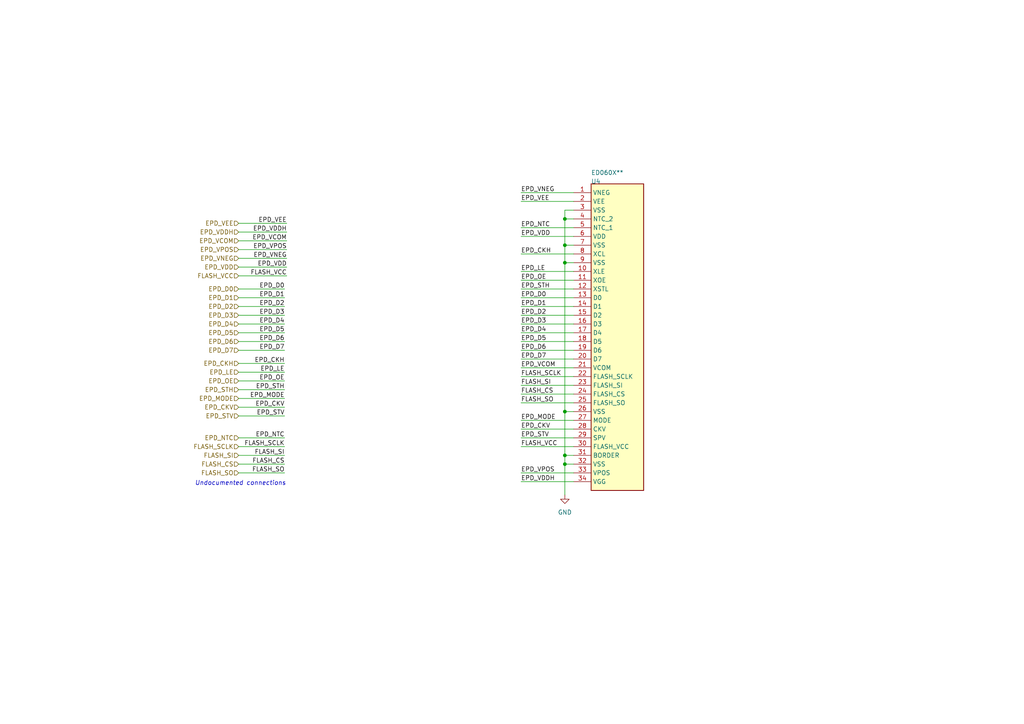
<source format=kicad_sch>
(kicad_sch (version 20211123) (generator eeschema)

  (uuid 06eb14a4-07d2-4471-b29b-54c2e0940f49)

  (paper "A4")

  (title_block
    (title "ink-frame")
    (date "2022-08-18")
    (rev "0.1")
    (comment 1 "@Vlad Conut")
  )

  (lib_symbols
    (symbol "epaper-breakout:ED060XC5" (in_bom yes) (on_board yes)
      (property "Reference" "U" (id 0) (at 5.08 6.35 0)
        (effects (font (size 1.27 1.27)) (justify left))
      )
      (property "Value" "ED060XC5" (id 1) (at 5.08 3.81 0)
        (effects (font (size 1.27 1.27)) (justify left))
      )
      (property "Footprint" "" (id 2) (at 5.08 1.27 0)
        (effects (font (size 1.27 1.27)) (justify left) hide)
      )
      (property "Datasheet" "" (id 3) (at 5.08 -3.81 0)
        (effects (font (size 1.27 1.27)) (justify left) hide)
      )
      (property "ki_locked" "" (id 4) (at 0 0 0)
        (effects (font (size 1.27 1.27)))
      )
      (symbol "ED060XC5_1_1"
        (rectangle (start 5.08 2.54) (end 20.32 -86.36)
          (stroke (width 0.254) (type default) (color 0 0 0 0))
          (fill (type background))
        )
        (pin power_in line (at 0 0 0) (length 5.08)
          (name "VNEG" (effects (font (size 1.27 1.27))))
          (number "1" (effects (font (size 1.27 1.27))))
        )
        (pin input line (at 0 -22.86 0) (length 5.08)
          (name "XLE" (effects (font (size 1.27 1.27))))
          (number "10" (effects (font (size 1.27 1.27))))
        )
        (pin input line (at 0 -25.4 0) (length 5.08)
          (name "XOE" (effects (font (size 1.27 1.27))))
          (number "11" (effects (font (size 1.27 1.27))))
        )
        (pin input line (at 0 -27.94 0) (length 5.08)
          (name "XSTL" (effects (font (size 1.27 1.27))))
          (number "12" (effects (font (size 1.27 1.27))))
        )
        (pin input line (at 0 -30.48 0) (length 5.08)
          (name "D0" (effects (font (size 1.27 1.27))))
          (number "13" (effects (font (size 1.27 1.27))))
        )
        (pin input line (at 0 -33.02 0) (length 5.08)
          (name "D1" (effects (font (size 1.27 1.27))))
          (number "14" (effects (font (size 1.27 1.27))))
        )
        (pin input line (at 0 -35.56 0) (length 5.08)
          (name "D2" (effects (font (size 1.27 1.27))))
          (number "15" (effects (font (size 1.27 1.27))))
        )
        (pin input line (at 0 -38.1 0) (length 5.08)
          (name "D3" (effects (font (size 1.27 1.27))))
          (number "16" (effects (font (size 1.27 1.27))))
        )
        (pin input line (at 0 -40.64 0) (length 5.08)
          (name "D4" (effects (font (size 1.27 1.27))))
          (number "17" (effects (font (size 1.27 1.27))))
        )
        (pin input line (at 0 -43.18 0) (length 5.08)
          (name "D5" (effects (font (size 1.27 1.27))))
          (number "18" (effects (font (size 1.27 1.27))))
        )
        (pin input line (at 0 -45.72 0) (length 5.08)
          (name "D6" (effects (font (size 1.27 1.27))))
          (number "19" (effects (font (size 1.27 1.27))))
        )
        (pin power_in line (at 0 -2.54 0) (length 5.08)
          (name "VEE" (effects (font (size 1.27 1.27))))
          (number "2" (effects (font (size 1.27 1.27))))
        )
        (pin input line (at 0 -48.26 0) (length 5.08)
          (name "D7" (effects (font (size 1.27 1.27))))
          (number "20" (effects (font (size 1.27 1.27))))
        )
        (pin power_in line (at 0 -50.8 0) (length 5.08)
          (name "VCOM" (effects (font (size 1.27 1.27))))
          (number "21" (effects (font (size 1.27 1.27))))
        )
        (pin input line (at 0 -53.34 0) (length 5.08)
          (name "FLASH_SCLK" (effects (font (size 1.27 1.27))))
          (number "22" (effects (font (size 1.27 1.27))))
        )
        (pin input line (at 0 -55.88 0) (length 5.08)
          (name "FLASH_SI" (effects (font (size 1.27 1.27))))
          (number "23" (effects (font (size 1.27 1.27))))
        )
        (pin input line (at 0 -58.42 0) (length 5.08)
          (name "FLASH_CS" (effects (font (size 1.27 1.27))))
          (number "24" (effects (font (size 1.27 1.27))))
        )
        (pin output line (at 0 -60.96 0) (length 5.08)
          (name "FLASH_SO" (effects (font (size 1.27 1.27))))
          (number "25" (effects (font (size 1.27 1.27))))
        )
        (pin power_in line (at 0 -63.5 0) (length 5.08)
          (name "VSS" (effects (font (size 1.27 1.27))))
          (number "26" (effects (font (size 1.27 1.27))))
        )
        (pin input line (at 0 -66.04 0) (length 5.08)
          (name "MODE" (effects (font (size 1.27 1.27))))
          (number "27" (effects (font (size 1.27 1.27))))
        )
        (pin input line (at 0 -68.58 0) (length 5.08)
          (name "CKV" (effects (font (size 1.27 1.27))))
          (number "28" (effects (font (size 1.27 1.27))))
        )
        (pin input line (at 0 -71.12 0) (length 5.08)
          (name "SPV" (effects (font (size 1.27 1.27))))
          (number "29" (effects (font (size 1.27 1.27))))
        )
        (pin power_in line (at 0 -5.08 0) (length 5.08)
          (name "VSS" (effects (font (size 1.27 1.27))))
          (number "3" (effects (font (size 1.27 1.27))))
        )
        (pin power_in line (at 0 -73.66 0) (length 5.08)
          (name "FLASH_VCC" (effects (font (size 1.27 1.27))))
          (number "30" (effects (font (size 1.27 1.27))))
        )
        (pin input line (at 0 -76.2 0) (length 5.08)
          (name "BORDER" (effects (font (size 1.27 1.27))))
          (number "31" (effects (font (size 1.27 1.27))))
        )
        (pin power_in line (at 0 -78.74 0) (length 5.08)
          (name "VSS" (effects (font (size 1.27 1.27))))
          (number "32" (effects (font (size 1.27 1.27))))
        )
        (pin power_in line (at 0 -81.28 0) (length 5.08)
          (name "VPOS" (effects (font (size 1.27 1.27))))
          (number "33" (effects (font (size 1.27 1.27))))
        )
        (pin power_in line (at 0 -83.82 0) (length 5.08)
          (name "VGG" (effects (font (size 1.27 1.27))))
          (number "34" (effects (font (size 1.27 1.27))))
        )
        (pin passive line (at 0 -7.62 0) (length 5.08)
          (name "NTC_2" (effects (font (size 1.27 1.27))))
          (number "4" (effects (font (size 1.27 1.27))))
        )
        (pin passive line (at 0 -10.16 0) (length 5.08)
          (name "NTC_1" (effects (font (size 1.27 1.27))))
          (number "5" (effects (font (size 1.27 1.27))))
        )
        (pin power_in line (at 0 -12.7 0) (length 5.08)
          (name "VDD" (effects (font (size 1.27 1.27))))
          (number "6" (effects (font (size 1.27 1.27))))
        )
        (pin power_in line (at 0 -15.24 0) (length 5.08)
          (name "VSS" (effects (font (size 1.27 1.27))))
          (number "7" (effects (font (size 1.27 1.27))))
        )
        (pin input line (at 0 -17.78 0) (length 5.08)
          (name "XCL" (effects (font (size 1.27 1.27))))
          (number "8" (effects (font (size 1.27 1.27))))
        )
        (pin power_in line (at 0 -20.32 0) (length 5.08)
          (name "VSS" (effects (font (size 1.27 1.27))))
          (number "9" (effects (font (size 1.27 1.27))))
        )
      )
    )
    (symbol "power:GND" (power) (pin_names (offset 0)) (in_bom yes) (on_board yes)
      (property "Reference" "#PWR" (id 0) (at 0 -6.35 0)
        (effects (font (size 1.27 1.27)) hide)
      )
      (property "Value" "GND" (id 1) (at 0 -3.81 0)
        (effects (font (size 1.27 1.27)))
      )
      (property "Footprint" "" (id 2) (at 0 0 0)
        (effects (font (size 1.27 1.27)) hide)
      )
      (property "Datasheet" "" (id 3) (at 0 0 0)
        (effects (font (size 1.27 1.27)) hide)
      )
      (property "ki_keywords" "power-flag" (id 4) (at 0 0 0)
        (effects (font (size 1.27 1.27)) hide)
      )
      (property "ki_description" "Power symbol creates a global label with name \"GND\" , ground" (id 5) (at 0 0 0)
        (effects (font (size 1.27 1.27)) hide)
      )
      (symbol "GND_0_1"
        (polyline
          (pts
            (xy 0 0)
            (xy 0 -1.27)
            (xy 1.27 -1.27)
            (xy 0 -2.54)
            (xy -1.27 -1.27)
            (xy 0 -1.27)
          )
          (stroke (width 0) (type default) (color 0 0 0 0))
          (fill (type none))
        )
      )
      (symbol "GND_1_1"
        (pin power_in line (at 0 0 270) (length 0) hide
          (name "GND" (effects (font (size 1.27 1.27))))
          (number "1" (effects (font (size 1.27 1.27))))
        )
      )
    )
  )

  (junction (at 163.83 119.38) (diameter 0) (color 0 0 0 0)
    (uuid 2ddbcca8-b0a4-4991-8e08-7dec78e5b65f)
  )
  (junction (at 163.83 132.08) (diameter 0) (color 0 0 0 0)
    (uuid 5436a80b-3097-4080-91c7-c780d82709dd)
  )
  (junction (at 163.83 76.2) (diameter 0) (color 0 0 0 0)
    (uuid 7ddab1e3-21b4-4883-a222-1a11dace27ab)
  )
  (junction (at 163.83 63.5) (diameter 0) (color 0 0 0 0)
    (uuid aacf5a7e-2b2a-4303-beed-1dbb08f79389)
  )
  (junction (at 163.83 134.62) (diameter 0) (color 0 0 0 0)
    (uuid ce6a0087-c3f1-4fe3-a573-1665467d839f)
  )
  (junction (at 163.83 71.12) (diameter 0) (color 0 0 0 0)
    (uuid f2dbb073-66a6-4614-bea7-b6e202eeb5be)
  )

  (wire (pts (xy 82.55 107.95) (xy 69.215 107.95))
    (stroke (width 0) (type default) (color 0 0 0 0))
    (uuid 00442517-493e-4e26-8bc8-a4f9cda9e426)
  )
  (wire (pts (xy 151.13 137.16) (xy 166.37 137.16))
    (stroke (width 0) (type default) (color 0 0 0 0))
    (uuid 02d30cdc-d786-4e53-97ec-7939d56d02a9)
  )
  (wire (pts (xy 151.13 127) (xy 166.37 127))
    (stroke (width 0) (type default) (color 0 0 0 0))
    (uuid 09090d42-8755-4f5a-93bf-e182e0e045b5)
  )
  (wire (pts (xy 82.55 120.65) (xy 69.215 120.65))
    (stroke (width 0) (type default) (color 0 0 0 0))
    (uuid 101cc780-f039-476e-b6cc-17634b1b23d3)
  )
  (wire (pts (xy 69.215 77.47) (xy 83.185 77.47))
    (stroke (width 0) (type default) (color 0 0 0 0))
    (uuid 13d5a3aa-1d69-48f4-9634-b27981f3cbe0)
  )
  (wire (pts (xy 82.55 110.49) (xy 69.215 110.49))
    (stroke (width 0) (type default) (color 0 0 0 0))
    (uuid 1927d732-9f9b-4670-af80-d6d81ae496af)
  )
  (wire (pts (xy 163.83 134.62) (xy 163.83 143.51))
    (stroke (width 0) (type default) (color 0 0 0 0))
    (uuid 2306d984-c13b-4528-bbb6-6a1a31a40540)
  )
  (wire (pts (xy 163.83 119.38) (xy 166.37 119.38))
    (stroke (width 0) (type default) (color 0 0 0 0))
    (uuid 23846535-4b87-4898-90ce-410c8cab96a8)
  )
  (wire (pts (xy 69.215 67.31) (xy 83.185 67.31))
    (stroke (width 0) (type default) (color 0 0 0 0))
    (uuid 2d3cd1b2-1418-48e0-8762-46bb19ce33f2)
  )
  (wire (pts (xy 151.13 139.7) (xy 166.37 139.7))
    (stroke (width 0) (type default) (color 0 0 0 0))
    (uuid 2dcc8b9d-7c61-451a-87c7-60ecb3c043de)
  )
  (wire (pts (xy 151.13 116.84) (xy 166.37 116.84))
    (stroke (width 0) (type default) (color 0 0 0 0))
    (uuid 2e7108bf-138a-4976-bb6a-32243363912b)
  )
  (wire (pts (xy 151.13 83.82) (xy 166.37 83.82))
    (stroke (width 0) (type default) (color 0 0 0 0))
    (uuid 47245543-bf4f-45dd-9a63-161a67d827f9)
  )
  (wire (pts (xy 151.13 114.3) (xy 166.37 114.3))
    (stroke (width 0) (type default) (color 0 0 0 0))
    (uuid 4823d4c7-f6ce-42dc-8aa2-6b675d95a20f)
  )
  (wire (pts (xy 69.215 72.39) (xy 83.185 72.39))
    (stroke (width 0) (type default) (color 0 0 0 0))
    (uuid 4af907a3-fec5-4dde-82f8-7a991d1b3b37)
  )
  (wire (pts (xy 151.13 121.92) (xy 166.37 121.92))
    (stroke (width 0) (type default) (color 0 0 0 0))
    (uuid 4b7ce361-a564-4063-b8f5-fdd7dbdf07a4)
  )
  (wire (pts (xy 151.13 81.28) (xy 166.37 81.28))
    (stroke (width 0) (type default) (color 0 0 0 0))
    (uuid 4f749520-f43c-4cea-b0ec-62a8528ddd3b)
  )
  (wire (pts (xy 82.55 113.03) (xy 69.215 113.03))
    (stroke (width 0) (type default) (color 0 0 0 0))
    (uuid 50294e2f-89df-4d3b-9b28-6e1e8b22a0ff)
  )
  (wire (pts (xy 151.13 88.9) (xy 166.37 88.9))
    (stroke (width 0) (type default) (color 0 0 0 0))
    (uuid 5551016b-ef64-496f-9c75-af725b593df9)
  )
  (wire (pts (xy 82.55 93.98) (xy 69.215 93.98))
    (stroke (width 0) (type default) (color 0 0 0 0))
    (uuid 567d7a25-d12f-4849-bdff-6371e99aad3f)
  )
  (wire (pts (xy 163.83 63.5) (xy 166.37 63.5))
    (stroke (width 0) (type default) (color 0 0 0 0))
    (uuid 66f9898f-34bf-4cd9-b5ca-bf07432e15d5)
  )
  (wire (pts (xy 151.13 106.68) (xy 166.37 106.68))
    (stroke (width 0) (type default) (color 0 0 0 0))
    (uuid 6ae8acc6-7483-4a4a-855f-d3c3d0100171)
  )
  (wire (pts (xy 69.215 137.16) (xy 82.55 137.16))
    (stroke (width 0) (type default) (color 0 0 0 0))
    (uuid 702f8b4f-1f66-4232-8b2c-0e4504d97ee2)
  )
  (wire (pts (xy 151.13 101.6) (xy 166.37 101.6))
    (stroke (width 0) (type default) (color 0 0 0 0))
    (uuid 71854d94-6f46-4769-93b2-df1c4fcf4e05)
  )
  (wire (pts (xy 151.13 73.66) (xy 166.37 73.66))
    (stroke (width 0) (type default) (color 0 0 0 0))
    (uuid 71a24cde-1a0e-40ca-927a-bade1ea767c2)
  )
  (wire (pts (xy 163.83 76.2) (xy 163.83 119.38))
    (stroke (width 0) (type default) (color 0 0 0 0))
    (uuid 71f1101c-adf8-44b3-8df0-af826ff91cef)
  )
  (wire (pts (xy 163.83 63.5) (xy 163.83 71.12))
    (stroke (width 0) (type default) (color 0 0 0 0))
    (uuid 735f8546-60d5-40b5-acce-389ae9a8c624)
  )
  (wire (pts (xy 69.215 80.01) (xy 83.185 80.01))
    (stroke (width 0) (type default) (color 0 0 0 0))
    (uuid 74a519b3-2a4e-4266-ae32-ce1e5a63eee6)
  )
  (wire (pts (xy 151.13 58.42) (xy 166.37 58.42))
    (stroke (width 0) (type default) (color 0 0 0 0))
    (uuid 79e02e80-2267-4571-a5ec-29f2d8a34591)
  )
  (wire (pts (xy 82.55 99.06) (xy 69.215 99.06))
    (stroke (width 0) (type default) (color 0 0 0 0))
    (uuid 7ffba351-421a-44b0-9183-f29c8a2a80b8)
  )
  (wire (pts (xy 82.55 105.41) (xy 69.215 105.41))
    (stroke (width 0) (type default) (color 0 0 0 0))
    (uuid 8364c606-697c-455d-ac60-ddd7d505c3c8)
  )
  (wire (pts (xy 151.13 109.22) (xy 166.37 109.22))
    (stroke (width 0) (type default) (color 0 0 0 0))
    (uuid 85300394-569d-41e6-a890-d92180d44785)
  )
  (wire (pts (xy 151.13 86.36) (xy 166.37 86.36))
    (stroke (width 0) (type default) (color 0 0 0 0))
    (uuid 855c73e9-7a4e-4aa6-8066-109e5d5d7df0)
  )
  (wire (pts (xy 151.13 99.06) (xy 166.37 99.06))
    (stroke (width 0) (type default) (color 0 0 0 0))
    (uuid 868c0d4b-b057-4054-bb2d-c919ca7bc33d)
  )
  (wire (pts (xy 82.55 96.52) (xy 69.215 96.52))
    (stroke (width 0) (type default) (color 0 0 0 0))
    (uuid 87676f84-66e6-4097-92f8-98732f957dc8)
  )
  (wire (pts (xy 69.215 134.62) (xy 82.55 134.62))
    (stroke (width 0) (type default) (color 0 0 0 0))
    (uuid 878b6b33-f844-425b-8088-8ae97546a0db)
  )
  (wire (pts (xy 163.83 71.12) (xy 163.83 76.2))
    (stroke (width 0) (type default) (color 0 0 0 0))
    (uuid 89d41d7d-5026-4fbc-bef7-a82c9a567856)
  )
  (wire (pts (xy 151.13 91.44) (xy 166.37 91.44))
    (stroke (width 0) (type default) (color 0 0 0 0))
    (uuid 8b6e5de3-e3e8-42a1-809f-3c65a0571bd3)
  )
  (wire (pts (xy 151.13 78.74) (xy 166.37 78.74))
    (stroke (width 0) (type default) (color 0 0 0 0))
    (uuid 8f680229-fc68-4c85-91c4-bcf4dacc8859)
  )
  (wire (pts (xy 151.13 124.46) (xy 166.37 124.46))
    (stroke (width 0) (type default) (color 0 0 0 0))
    (uuid 917e4fea-87cf-4360-b1bb-9774e6945471)
  )
  (wire (pts (xy 163.83 134.62) (xy 166.37 134.62))
    (stroke (width 0) (type default) (color 0 0 0 0))
    (uuid 91b0153d-c15b-4639-8016-7d15f76b7f15)
  )
  (wire (pts (xy 151.13 68.58) (xy 166.37 68.58))
    (stroke (width 0) (type default) (color 0 0 0 0))
    (uuid 961936d5-42a5-4585-9bb5-cb0ef0ff1bc9)
  )
  (wire (pts (xy 151.13 93.98) (xy 166.37 93.98))
    (stroke (width 0) (type default) (color 0 0 0 0))
    (uuid 98c6e143-ac3a-4c59-8d2f-8e03cab3678f)
  )
  (wire (pts (xy 69.215 64.77) (xy 83.185 64.77))
    (stroke (width 0) (type default) (color 0 0 0 0))
    (uuid 9c5b1290-74eb-4536-8e66-615fceda8316)
  )
  (wire (pts (xy 166.37 60.96) (xy 163.83 60.96))
    (stroke (width 0) (type default) (color 0 0 0 0))
    (uuid a3094c21-3de0-426f-826f-05317802f12f)
  )
  (wire (pts (xy 69.215 129.54) (xy 82.55 129.54))
    (stroke (width 0) (type default) (color 0 0 0 0))
    (uuid a36ae19e-303a-4106-9f8e-81106fab02f4)
  )
  (wire (pts (xy 82.55 86.36) (xy 69.215 86.36))
    (stroke (width 0) (type default) (color 0 0 0 0))
    (uuid aa94bc46-0e89-4215-bb8d-be181cfe83ae)
  )
  (wire (pts (xy 163.83 119.38) (xy 163.83 132.08))
    (stroke (width 0) (type default) (color 0 0 0 0))
    (uuid b90eca81-dfd9-4dd6-b7c8-70edfe223d2e)
  )
  (wire (pts (xy 163.83 132.08) (xy 166.37 132.08))
    (stroke (width 0) (type default) (color 0 0 0 0))
    (uuid ba3d2984-a046-4601-ba66-021678b5852b)
  )
  (wire (pts (xy 82.55 88.9) (xy 69.215 88.9))
    (stroke (width 0) (type default) (color 0 0 0 0))
    (uuid baac77a5-6404-4798-b88c-c291bdfb1f2d)
  )
  (wire (pts (xy 69.215 74.93) (xy 83.185 74.93))
    (stroke (width 0) (type default) (color 0 0 0 0))
    (uuid bcc15811-3df2-441b-a553-8e76c2a9b8ba)
  )
  (wire (pts (xy 163.83 71.12) (xy 166.37 71.12))
    (stroke (width 0) (type default) (color 0 0 0 0))
    (uuid bd72b1be-52cc-4301-83a4-70e5b8026980)
  )
  (wire (pts (xy 151.13 55.88) (xy 166.37 55.88))
    (stroke (width 0) (type default) (color 0 0 0 0))
    (uuid bf135a05-7e41-4ec1-a5e3-c0b151a38183)
  )
  (wire (pts (xy 151.13 111.76) (xy 166.37 111.76))
    (stroke (width 0) (type default) (color 0 0 0 0))
    (uuid c00768a9-3ff5-4cee-bb66-223351832fd1)
  )
  (wire (pts (xy 151.13 66.04) (xy 166.37 66.04))
    (stroke (width 0) (type default) (color 0 0 0 0))
    (uuid c11309c8-7d6a-4a0b-8d11-0888c9d438bd)
  )
  (wire (pts (xy 151.13 96.52) (xy 166.37 96.52))
    (stroke (width 0) (type default) (color 0 0 0 0))
    (uuid c863f22d-7340-4256-9071-eec5e31030aa)
  )
  (wire (pts (xy 163.83 76.2) (xy 166.37 76.2))
    (stroke (width 0) (type default) (color 0 0 0 0))
    (uuid cadfed70-0cc8-4405-92be-aace0688fa19)
  )
  (wire (pts (xy 151.13 104.14) (xy 166.37 104.14))
    (stroke (width 0) (type default) (color 0 0 0 0))
    (uuid d69c6eaa-cbec-4643-86e1-a79884035c4c)
  )
  (wire (pts (xy 163.83 132.08) (xy 163.83 134.62))
    (stroke (width 0) (type default) (color 0 0 0 0))
    (uuid d8f6d960-a5f2-48ba-8637-ff3f812a45ad)
  )
  (wire (pts (xy 82.55 115.57) (xy 69.215 115.57))
    (stroke (width 0) (type default) (color 0 0 0 0))
    (uuid dcb1e630-cba4-4ed0-a70c-c3424f8cf8e0)
  )
  (wire (pts (xy 163.83 60.96) (xy 163.83 63.5))
    (stroke (width 0) (type default) (color 0 0 0 0))
    (uuid dfdda1c0-17ff-4221-8093-0b305d9663c8)
  )
  (wire (pts (xy 82.55 101.6) (xy 69.215 101.6))
    (stroke (width 0) (type default) (color 0 0 0 0))
    (uuid e01b59fe-9d83-437f-a0c0-46c610662aa7)
  )
  (wire (pts (xy 69.215 69.85) (xy 83.185 69.85))
    (stroke (width 0) (type default) (color 0 0 0 0))
    (uuid e385387b-478f-40d8-a3ff-b9423a0b5916)
  )
  (wire (pts (xy 151.13 129.54) (xy 166.37 129.54))
    (stroke (width 0) (type default) (color 0 0 0 0))
    (uuid e430233a-e7a6-41c9-8d60-7262bd2acf7f)
  )
  (wire (pts (xy 69.215 127) (xy 82.55 127))
    (stroke (width 0) (type default) (color 0 0 0 0))
    (uuid e7c31719-7314-4599-b4fc-637d8c74be56)
  )
  (wire (pts (xy 82.55 83.82) (xy 69.215 83.82))
    (stroke (width 0) (type default) (color 0 0 0 0))
    (uuid e8ae11cc-3390-469e-bcad-88ec61dba43f)
  )
  (wire (pts (xy 82.55 91.44) (xy 69.215 91.44))
    (stroke (width 0) (type default) (color 0 0 0 0))
    (uuid f18780a1-0c79-480f-9757-0eca35bcaf68)
  )
  (wire (pts (xy 69.215 132.08) (xy 82.55 132.08))
    (stroke (width 0) (type default) (color 0 0 0 0))
    (uuid f2637019-6c84-4749-aa3d-56cdd13eb4c4)
  )
  (wire (pts (xy 82.55 118.11) (xy 69.215 118.11))
    (stroke (width 0) (type default) (color 0 0 0 0))
    (uuid fe6b1bc3-2d3f-49dd-8efe-da74451947ae)
  )

  (text "Undocumented connections" (at 56.515 140.97 0)
    (effects (font (size 1.27 1.27) italic) (justify left bottom))
    (uuid 8746a298-fa6c-43d7-b339-838a60ef4dcb)
  )

  (label "EPD_D1" (at 82.55 86.36 180)
    (effects (font (size 1.27 1.27)) (justify right bottom))
    (uuid 03488eac-cfa1-4abf-b692-05cddbae27f0)
  )
  (label "FLASH_CS" (at 82.55 134.62 180)
    (effects (font (size 1.27 1.27)) (justify right bottom))
    (uuid 0c51559e-be02-4372-a745-9c5631171ef6)
  )
  (label "EPD_OE" (at 151.13 81.28 0)
    (effects (font (size 1.27 1.27)) (justify left bottom))
    (uuid 10b7cb97-453a-4812-9b6e-7900c9ee05c0)
  )
  (label "EPD_D2" (at 151.13 91.44 0)
    (effects (font (size 1.27 1.27)) (justify left bottom))
    (uuid 19282a85-6aa7-4256-beda-0fbe293eb67a)
  )
  (label "EPD_VCOM" (at 151.13 106.68 0)
    (effects (font (size 1.27 1.27)) (justify left bottom))
    (uuid 211b1d5b-c0c4-4031-8781-8569a1c17a07)
  )
  (label "EPD_D6" (at 82.55 99.06 180)
    (effects (font (size 1.27 1.27)) (justify right bottom))
    (uuid 22c73014-1c0d-449e-890b-a15f7e65a028)
  )
  (label "FLASH_CS" (at 151.13 114.3 0)
    (effects (font (size 1.27 1.27)) (justify left bottom))
    (uuid 31ad19c0-857b-40f6-b438-c63361d7a7ac)
  )
  (label "EPD_D2" (at 82.55 88.9 180)
    (effects (font (size 1.27 1.27)) (justify right bottom))
    (uuid 31e5e55a-46ec-4916-b573-3bfe8130007d)
  )
  (label "EPD_D6" (at 151.13 101.6 0)
    (effects (font (size 1.27 1.27)) (justify left bottom))
    (uuid 3400d722-e0ca-4243-811c-44e2455313fe)
  )
  (label "EPD_NTC" (at 151.13 66.04 0)
    (effects (font (size 1.27 1.27)) (justify left bottom))
    (uuid 45a19b95-d1ab-433e-b78e-9d1d9f1f97bb)
  )
  (label "EPD_MODE" (at 82.55 115.57 180)
    (effects (font (size 1.27 1.27)) (justify right bottom))
    (uuid 48f7aa74-dc64-410d-b0f2-75ebbee4902f)
  )
  (label "EPD_D5" (at 151.13 99.06 0)
    (effects (font (size 1.27 1.27)) (justify left bottom))
    (uuid 4b14cf0d-253c-4d0d-8a45-b752daedc58b)
  )
  (label "EPD_LE" (at 151.13 78.74 0)
    (effects (font (size 1.27 1.27)) (justify left bottom))
    (uuid 4c6df853-00b2-4271-9ae9-657f055e577e)
  )
  (label "EPD_CKH" (at 82.55 105.41 180)
    (effects (font (size 1.27 1.27)) (justify right bottom))
    (uuid 4ce998c6-0d96-4346-a73c-9efa9cf66768)
  )
  (label "EPD_VDDH" (at 83.185 67.31 180)
    (effects (font (size 1.27 1.27)) (justify right bottom))
    (uuid 60e329e6-9a9f-4715-9829-789fc596e5ec)
  )
  (label "FLASH_SI" (at 82.55 132.08 180)
    (effects (font (size 1.27 1.27)) (justify right bottom))
    (uuid 66a471df-9e27-4c02-97f6-035bd21a62a3)
  )
  (label "FLASH_SCLK" (at 82.55 129.54 180)
    (effects (font (size 1.27 1.27)) (justify right bottom))
    (uuid 66db944e-15d2-4c8d-8dcc-ffa5424e7299)
  )
  (label "FLASH_SCLK" (at 151.13 109.22 0)
    (effects (font (size 1.27 1.27)) (justify left bottom))
    (uuid 6b69a13e-c978-44d3-bca3-a0f7e40df87b)
  )
  (label "EPD_D7" (at 82.55 101.6 180)
    (effects (font (size 1.27 1.27)) (justify right bottom))
    (uuid 6e22864b-0714-4019-83f6-3c8c06e69a24)
  )
  (label "EPD_D5" (at 82.55 96.52 180)
    (effects (font (size 1.27 1.27)) (justify right bottom))
    (uuid 74093fa1-3e81-4e62-ad62-a389e01b4b96)
  )
  (label "EPD_D3" (at 82.55 91.44 180)
    (effects (font (size 1.27 1.27)) (justify right bottom))
    (uuid 7f08c72a-8800-400c-af97-1d530be085d3)
  )
  (label "EPD_VNEG" (at 151.13 55.88 0)
    (effects (font (size 1.27 1.27)) (justify left bottom))
    (uuid 80df3e1f-dd29-4f75-9376-369a50d8c675)
  )
  (label "FLASH_SO" (at 82.55 137.16 180)
    (effects (font (size 1.27 1.27)) (justify right bottom))
    (uuid 89f369fb-9287-45d5-8cdb-7f26814e18d2)
  )
  (label "EPD_OE" (at 82.55 110.49 180)
    (effects (font (size 1.27 1.27)) (justify right bottom))
    (uuid 90102928-01ff-4c17-b497-fd9c52595a69)
  )
  (label "EPD_D1" (at 151.13 88.9 0)
    (effects (font (size 1.27 1.27)) (justify left bottom))
    (uuid 95e9dfb9-d9b6-4087-9c01-cd1f64df897f)
  )
  (label "EPD_STH" (at 82.55 113.03 180)
    (effects (font (size 1.27 1.27)) (justify right bottom))
    (uuid 98491910-fd7f-4f40-b30e-2a357671c410)
  )
  (label "EPD_CKV" (at 151.13 124.46 0)
    (effects (font (size 1.27 1.27)) (justify left bottom))
    (uuid 9d151c1f-c072-4173-88b7-0cd4617782a4)
  )
  (label "EPD_LE" (at 82.55 107.95 180)
    (effects (font (size 1.27 1.27)) (justify right bottom))
    (uuid a25dc014-a29b-4ded-a015-4cacd4cb0666)
  )
  (label "EPD_D0" (at 82.55 83.82 180)
    (effects (font (size 1.27 1.27)) (justify right bottom))
    (uuid a5388aed-ae92-4c2e-8ed0-35d612227435)
  )
  (label "EPD_D7" (at 151.13 104.14 0)
    (effects (font (size 1.27 1.27)) (justify left bottom))
    (uuid ab8e860a-dec3-429d-b969-5201402027dc)
  )
  (label "EPD_VDD" (at 151.13 68.58 0)
    (effects (font (size 1.27 1.27)) (justify left bottom))
    (uuid ae6aee06-9f2e-484b-8c3b-2e6bca106a8d)
  )
  (label "EPD_VCOM" (at 83.185 69.85 180)
    (effects (font (size 1.27 1.27)) (justify right bottom))
    (uuid b009b83e-1701-4081-9b47-7e7e846625a0)
  )
  (label "FLASH_SO" (at 151.13 116.84 0)
    (effects (font (size 1.27 1.27)) (justify left bottom))
    (uuid b637a023-09a0-4b00-9422-7386e0384b56)
  )
  (label "EPD_STH" (at 151.13 83.82 0)
    (effects (font (size 1.27 1.27)) (justify left bottom))
    (uuid bac860a7-86b4-458f-a87c-371328393c3d)
  )
  (label "EPD_D3" (at 151.13 93.98 0)
    (effects (font (size 1.27 1.27)) (justify left bottom))
    (uuid bf42bbc5-08ad-41e9-943b-a96104ccb15e)
  )
  (label "FLASH_VCC" (at 151.13 129.54 0)
    (effects (font (size 1.27 1.27)) (justify left bottom))
    (uuid bf78ff64-57af-4ae3-a926-733b4f13b9b7)
  )
  (label "EPD_CKV" (at 82.55 118.11 180)
    (effects (font (size 1.27 1.27)) (justify right bottom))
    (uuid c58df313-2d85-4acd-908d-ad20646ea4fc)
  )
  (label "EPD_NTC" (at 82.55 127 180)
    (effects (font (size 1.27 1.27)) (justify right bottom))
    (uuid c855dea1-a845-4aa5-952f-330ad2fbeb3f)
  )
  (label "EPD_VEE" (at 83.185 64.77 180)
    (effects (font (size 1.27 1.27)) (justify right bottom))
    (uuid cf00c3c9-5dcc-4afe-9ace-ba58a6c90429)
  )
  (label "EPD_STV" (at 151.13 127 0)
    (effects (font (size 1.27 1.27)) (justify left bottom))
    (uuid cffd8e31-5f95-429b-8466-a9fea6d03e7d)
  )
  (label "EPD_VDD" (at 83.185 77.47 180)
    (effects (font (size 1.27 1.27)) (justify right bottom))
    (uuid d0d2dc88-8871-4c6e-98cc-3f7157498ab3)
  )
  (label "EPD_D0" (at 151.13 86.36 0)
    (effects (font (size 1.27 1.27)) (justify left bottom))
    (uuid d7d5d2d9-8208-4e16-af6d-c157137cbd1c)
  )
  (label "EPD_D4" (at 151.13 96.52 0)
    (effects (font (size 1.27 1.27)) (justify left bottom))
    (uuid da2a2395-b678-4446-be77-604dcf6f1e9f)
  )
  (label "EPD_VDDH" (at 151.13 139.7 0)
    (effects (font (size 1.27 1.27)) (justify left bottom))
    (uuid dacfcb1b-d125-4c54-aa44-b1b5f69124c1)
  )
  (label "EPD_VPOS" (at 83.185 72.39 180)
    (effects (font (size 1.27 1.27)) (justify right bottom))
    (uuid dd339fd1-04fc-403c-b904-ad62acd22ef6)
  )
  (label "EPD_VEE" (at 151.13 58.42 0)
    (effects (font (size 1.27 1.27)) (justify left bottom))
    (uuid e3647b8e-ca66-46a6-87e1-908ae2a706fe)
  )
  (label "EPD_STV" (at 82.55 120.65 180)
    (effects (font (size 1.27 1.27)) (justify right bottom))
    (uuid e3929963-6617-4824-b64e-0771394435b0)
  )
  (label "EPD_CKH" (at 151.13 73.66 0)
    (effects (font (size 1.27 1.27)) (justify left bottom))
    (uuid e7415d46-ec69-4da1-be87-d10c56f26b46)
  )
  (label "EPD_D4" (at 82.55 93.98 180)
    (effects (font (size 1.27 1.27)) (justify right bottom))
    (uuid e94cc131-199f-47db-adc4-ce3fbff533b8)
  )
  (label "EPD_VPOS" (at 151.13 137.16 0)
    (effects (font (size 1.27 1.27)) (justify left bottom))
    (uuid ead66104-c3d1-4142-b054-52feb3c82d30)
  )
  (label "EPD_VNEG" (at 83.185 74.93 180)
    (effects (font (size 1.27 1.27)) (justify right bottom))
    (uuid f520d952-c5e0-447c-b47f-b399bdf5c6f0)
  )
  (label "EPD_MODE" (at 151.13 121.92 0)
    (effects (font (size 1.27 1.27)) (justify left bottom))
    (uuid f9596be1-1bb4-47ee-9857-770ccda936ba)
  )
  (label "FLASH_VCC" (at 83.185 80.01 180)
    (effects (font (size 1.27 1.27)) (justify right bottom))
    (uuid fd1ae9f4-d9b3-40c7-9299-3d6944a8e87d)
  )
  (label "FLASH_SI" (at 151.13 111.76 0)
    (effects (font (size 1.27 1.27)) (justify left bottom))
    (uuid fe3e3ee2-9a22-4faf-823d-6784f09b802a)
  )

  (hierarchical_label "EPD_STV" (shape input) (at 69.215 120.65 180)
    (effects (font (size 1.27 1.27)) (justify right))
    (uuid 01280942-1e1c-41db-81ff-765b9532040c)
  )
  (hierarchical_label "EPD_MODE" (shape input) (at 69.215 115.57 180)
    (effects (font (size 1.27 1.27)) (justify right))
    (uuid 199ec22e-30f1-4c82-ab86-6328f403331e)
  )
  (hierarchical_label "EPD_VEE" (shape input) (at 69.215 64.77 180)
    (effects (font (size 1.27 1.27)) (justify right))
    (uuid 1d6258de-caea-47fa-8bd0-6ed90ea9119f)
  )
  (hierarchical_label "FLASH_SO" (shape input) (at 69.215 137.16 180)
    (effects (font (size 1.27 1.27)) (justify right))
    (uuid 1f5e1670-dd6e-4b70-983b-e9333cb1c118)
  )
  (hierarchical_label "EPD_D1" (shape input) (at 69.215 86.36 180)
    (effects (font (size 1.27 1.27)) (justify right))
    (uuid 29b50509-37f8-4411-9ad8-2e56b2b79821)
  )
  (hierarchical_label "EPD_NTC" (shape input) (at 69.215 127 180)
    (effects (font (size 1.27 1.27)) (justify right))
    (uuid 2fcb5c60-8bae-43cb-b6a1-ce8d9721fd3f)
  )
  (hierarchical_label "EPD_CKV" (shape input) (at 69.215 118.11 180)
    (effects (font (size 1.27 1.27)) (justify right))
    (uuid 35fa5678-5e41-4a48-b89c-fe00dc1302aa)
  )
  (hierarchical_label "EPD_CKH" (shape input) (at 69.215 105.41 180)
    (effects (font (size 1.27 1.27)) (justify right))
    (uuid 398c48d6-bdec-4003-88ff-af25e4e8b110)
  )
  (hierarchical_label "EPD_D3" (shape input) (at 69.215 91.44 180)
    (effects (font (size 1.27 1.27)) (justify right))
    (uuid 4616e2f5-f3e8-4df3-afee-e4540df01141)
  )
  (hierarchical_label "FLASH_SI" (shape input) (at 69.215 132.08 180)
    (effects (font (size 1.27 1.27)) (justify right))
    (uuid 4b16fc34-19b7-449b-bbf3-547c9818a129)
  )
  (hierarchical_label "FLASH_VCC" (shape input) (at 69.215 80.01 180)
    (effects (font (size 1.27 1.27)) (justify right))
    (uuid 4d3ee9f2-add4-42a7-8d2b-77d61814903c)
  )
  (hierarchical_label "EPD_STH" (shape input) (at 69.215 113.03 180)
    (effects (font (size 1.27 1.27)) (justify right))
    (uuid 5c3e32a6-4185-4848-8989-2e9e7ba5e84c)
  )
  (hierarchical_label "EPD_D7" (shape input) (at 69.215 101.6 180)
    (effects (font (size 1.27 1.27)) (justify right))
    (uuid 71e351c3-2c05-460a-a1ea-fbe727323b3f)
  )
  (hierarchical_label "EPD_VNEG" (shape input) (at 69.215 74.93 180)
    (effects (font (size 1.27 1.27)) (justify right))
    (uuid 755fee50-2a88-44bb-8a58-1411d7eff695)
  )
  (hierarchical_label "EPD_D2" (shape input) (at 69.215 88.9 180)
    (effects (font (size 1.27 1.27)) (justify right))
    (uuid 89b44abf-9340-49ef-8e23-5ab366cff170)
  )
  (hierarchical_label "EPD_VPOS" (shape input) (at 69.215 72.39 180)
    (effects (font (size 1.27 1.27)) (justify right))
    (uuid 917c5e84-a735-42b3-9810-ad6e2c15cae0)
  )
  (hierarchical_label "EPD_D5" (shape input) (at 69.215 96.52 180)
    (effects (font (size 1.27 1.27)) (justify right))
    (uuid 9f8a76a9-fc92-47cb-98cf-eb19daadaa30)
  )
  (hierarchical_label "EPD_LE" (shape input) (at 69.215 107.95 180)
    (effects (font (size 1.27 1.27)) (justify right))
    (uuid a3753539-7b60-4969-9a79-a4bf3ea43365)
  )
  (hierarchical_label "FLASH_CS" (shape input) (at 69.215 134.62 180)
    (effects (font (size 1.27 1.27)) (justify right))
    (uuid a4c52666-2a1b-4967-9b13-b3aade21fcad)
  )
  (hierarchical_label "EPD_VDD" (shape input) (at 69.215 77.47 180)
    (effects (font (size 1.27 1.27)) (justify right))
    (uuid ae30640a-7b0c-4bee-b868-84b35efaee69)
  )
  (hierarchical_label "EPD_OE" (shape input) (at 69.215 110.49 180)
    (effects (font (size 1.27 1.27)) (justify right))
    (uuid bdc63336-d308-429c-919f-3178d21cc524)
  )
  (hierarchical_label "EPD_D0" (shape input) (at 69.215 83.82 180)
    (effects (font (size 1.27 1.27)) (justify right))
    (uuid be70b235-3e04-4a6b-ad2a-399147377b6d)
  )
  (hierarchical_label "EPD_VDDH" (shape input) (at 69.215 67.31 180)
    (effects (font (size 1.27 1.27)) (justify right))
    (uuid d0e55a2b-6c1a-429a-863f-ae708c922f05)
  )
  (hierarchical_label "FLASH_SCLK" (shape input) (at 69.215 129.54 180)
    (effects (font (size 1.27 1.27)) (justify right))
    (uuid d259a193-2220-4076-86ad-bdbb2cfb1fe3)
  )
  (hierarchical_label "EPD_D4" (shape input) (at 69.215 93.98 180)
    (effects (font (size 1.27 1.27)) (justify right))
    (uuid e33381a5-eed8-45cd-9ad0-a10848a7e4db)
  )
  (hierarchical_label "EPD_D6" (shape input) (at 69.215 99.06 180)
    (effects (font (size 1.27 1.27)) (justify right))
    (uuid f46ee53b-6b13-40d0-ae78-23d26c49c696)
  )
  (hierarchical_label "EPD_VCOM" (shape input) (at 69.215 69.85 180)
    (effects (font (size 1.27 1.27)) (justify right))
    (uuid f836c2b6-e6ac-4a4c-8a1d-391188616d50)
  )

  (symbol (lib_id "epaper-breakout:ED060XC5") (at 166.37 55.88 0) (unit 1)
    (in_bom yes) (on_board yes)
    (uuid 6a668a62-03b2-479a-a345-878b996b2f33)
    (property "Reference" "U4" (id 0) (at 171.45 53.34 0)
      (effects (font (size 1.27 1.27)) (justify left bottom))
    )
    (property "Value" "ED060X**" (id 1) (at 171.45 50.8 0)
      (effects (font (size 1.27 1.27)) (justify left bottom))
    )
    (property "Footprint" "epaper-breakout:THD_THD0515-34CL-SN" (id 2) (at 171.45 54.61 0)
      (effects (font (size 1.27 1.27)) (justify left) hide)
    )
    (property "Datasheet" "" (id 3) (at 171.45 59.69 0)
      (effects (font (size 1.27 1.27)) (justify left) hide)
    )
    (property "LCSC" "C283154" (id 4) (at 166.37 55.88 0)
      (effects (font (size 1.27 1.27)) hide)
    )
    (pin "1" (uuid da468288-cb6e-43cd-af1e-465beb412e37))
    (pin "10" (uuid c18f07d0-5d4b-4c3b-8719-de0e183861a5))
    (pin "11" (uuid def8d94e-409a-4a38-9c21-95fa0c5cc2b8))
    (pin "12" (uuid 1ce66c9b-f514-4a49-880b-da1547809118))
    (pin "13" (uuid e31d2d33-24d4-4e18-ad6d-27a86e5a164c))
    (pin "14" (uuid 64c5d684-0bec-4973-9d70-61b336cea9de))
    (pin "15" (uuid 606e3e89-37ba-45ea-9df0-cf15fc3693d5))
    (pin "16" (uuid 3ff2948a-274c-419b-8b1f-67f5e76026b8))
    (pin "17" (uuid 490a0afe-e184-4078-9afa-33c2e5f029e5))
    (pin "18" (uuid a57ac09e-87d4-465d-a7cf-330cf781d22c))
    (pin "19" (uuid 0079cfee-dc05-494c-89cd-bd5493dbc09f))
    (pin "2" (uuid 8fb55a4f-7f8e-45c7-ab8e-b03c0e544aad))
    (pin "20" (uuid ce673e19-eaf6-435b-a039-df21ef14a31e))
    (pin "21" (uuid e5eb23c3-252e-436a-976f-b13b6d845fe6))
    (pin "22" (uuid 36e6f1be-b62c-40cc-841b-cb428616bd49))
    (pin "23" (uuid b6367512-2e46-404d-965d-5803c7ed8207))
    (pin "24" (uuid 397711b8-4438-4b0d-8b23-045e11ecba52))
    (pin "25" (uuid 4dec03cd-2339-4fa4-9a19-22953343156d))
    (pin "26" (uuid 6c7dfb9a-bd9f-4e6f-bac3-d12c32444058))
    (pin "27" (uuid 4147264e-01cb-4b7a-83c4-3b8c3e1d519b))
    (pin "28" (uuid 80a0b3d8-a795-4587-932f-6ae48f814237))
    (pin "29" (uuid e0159643-18f7-4c22-adba-79f3a1c2b190))
    (pin "3" (uuid 92537fe9-5f43-4bfa-9d01-9affe0ecc41f))
    (pin "30" (uuid ec5e2766-202d-42d9-835c-938c3e5cb0e2))
    (pin "31" (uuid 27b3dd7c-6329-4b85-82dd-6c5b2d69033a))
    (pin "32" (uuid e45660db-2bd7-4d9a-925f-e5145374a988))
    (pin "33" (uuid 00303212-3ead-4d02-beb8-aec8026674a2))
    (pin "34" (uuid ec08b8b9-f02b-4a86-874a-22788ab458ee))
    (pin "4" (uuid b383913d-55ea-405f-80fe-aa25e8bf9e28))
    (pin "5" (uuid 07a3b9e2-f175-480e-a281-7b41371394d3))
    (pin "6" (uuid 788c49e5-c82d-45b6-97bb-66e121bd50fb))
    (pin "7" (uuid ac16fd42-02e8-4b43-8465-fc7481f24952))
    (pin "8" (uuid 88ba07eb-a7f0-4b10-a928-acbceae60427))
    (pin "9" (uuid d7dbc118-6723-4880-9510-1c9be7e928c3))
  )

  (symbol (lib_id "power:GND") (at 163.83 143.51 0) (unit 1)
    (in_bom yes) (on_board yes) (fields_autoplaced)
    (uuid d62c82a3-ff28-427d-a58f-6a2602389a70)
    (property "Reference" "#PWR024" (id 0) (at 163.83 149.86 0)
      (effects (font (size 1.27 1.27)) hide)
    )
    (property "Value" "GND" (id 1) (at 163.83 148.59 0))
    (property "Footprint" "" (id 2) (at 163.83 143.51 0)
      (effects (font (size 1.27 1.27)) hide)
    )
    (property "Datasheet" "" (id 3) (at 163.83 143.51 0)
      (effects (font (size 1.27 1.27)) hide)
    )
    (pin "1" (uuid 14dad37c-b98c-4714-8e85-a6b1341d39de))
  )
)

</source>
